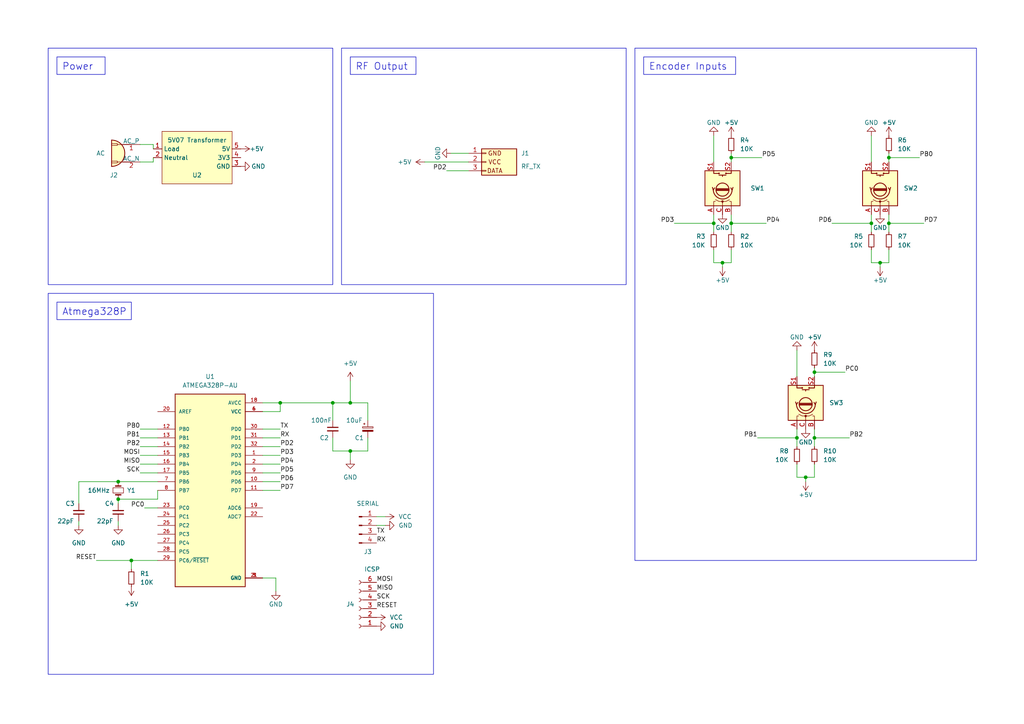
<source format=kicad_sch>
(kicad_sch (version 20230121) (generator eeschema)
  (paper "A4")
  (title_block (title "LightController") (date "2023-08-24") (rev "1.0.0") (company "Pablo Ortiz López") (comment 1 "ortizma.com") (comment 2 "Controls up to 3 LightDimmer units using ASK Codes (433MHz)"))
  (lib_symbols
    (symbol "00_Symbols:433MHz_ASK_Emitter_Module" (pin_names (offset 1.016) hide)
      (property "Reference" "J1" (at 10.16 2.54 0))
      (property "Value" "RF_TX" (at 10.16 -1.27 0))
      (symbol "433MHz_ASK_Emitter_Module_1_1"
        (rectangle (start -1.27 -2.413) (end 0 -2.667) (stroke (width 0.1524)))
        (rectangle (start -1.27 0.127) (end 0 -0.127) (stroke (width 0.1524)))
        (rectangle (start -1.27 2.667) (end 0 2.413) (stroke (width 0.1524)))
        (rectangle (start -1.27 3.81) (end 8.89 -3.81) (stroke (width 0.254)) (fill (type background)))
        (text "DATA" (at 2.54 -2.54 0) (effects (font (size 1.27 1.27))))
        (text "GND" (at 2.54 2.54 0) (effects (font (size 1.27 1.27))))
        (text "VCC" (at 2.54 0 0) (effects (font (size 1.27 1.27))))
        (pin power_out line (at -5.08 2.54 0) (length 3.81) (name "GND") (number "1"))
        (pin power_in line (at -5.08 0 0) (length 3.81) (name "VCC") (number "2"))
        (pin input line (at -5.08 -2.54 0) (length 3.81) (name "DATA") (number "3"))
      )
    )
    (symbol "00_Symbols:5V07"
      (property "Reference" "U" (at 1.27 -2.54 0))
      (property "Value" "5V07 Transformer" (at 2.54 7.62 0))
      (symbol "5V07_1_1"
        (rectangle (start -7.62 10.16) (end 12.7 -5.08) (fill (type background)))
        (pin input line (at -10.16 5.08 0) (length 2.54) (name "Load") (number "1"))
        (pin input line (at -10.16 2.54 0) (length 2.54) (name "Neutral") (number "2"))
        (pin output line (at 15.24 0 180) (length 2.54) (name "GND") (number "3"))
        (pin output line (at 15.24 2.54 180) (length 2.54) (name "3V3") (number "4"))
        (pin output line (at 15.24 5.08 180) (length 2.54) (name "5V") (number "5"))
      )
    )
    (symbol "00_Symbols:ATMEGA328P-AU" (pin_names (offset 1.016))
      (property "Reference" "U" (at -10.1755 29.2546 0))
      (property "Value" "ATMEGA328P-AU" (at -10.1669 -31.7714 0))
      (symbol "ATMEGA328P-AU_0_0"
        (rectangle (start -10.16 -27.94) (end 10.16 27.94) (stroke (width 0.254)) (fill (type background)))
        (pin bidirectional line (at 15.24 10.16 180) (length 5.08) (name "PD3") (number "1"))
        (pin bidirectional line (at 15.24 2.54 180) (length 5.08) (name "PD6") (number "10"))
        (pin bidirectional line (at 15.24 0 180) (length 5.08) (name "PD7") (number "11"))
        (pin bidirectional line (at -15.24 17.78 0) (length 5.08) (name "PB0") (number "12"))
        (pin bidirectional line (at -15.24 15.24 0) (length 5.08) (name "PB1") (number "13"))
        (pin bidirectional line (at -15.24 12.7 0) (length 5.08) (name "PB2") (number "14"))
        (pin bidirectional line (at -15.24 10.16 0) (length 5.08) (name "PB3") (number "15"))
        (pin bidirectional line (at -15.24 7.62 0) (length 5.08) (name "PB4") (number "16"))
        (pin bidirectional line (at -15.24 5.08 0) (length 5.08) (name "PB5") (number "17"))
        (pin power_in line (at 15.24 25.4 180) (length 5.08) (name "AVCC") (number "18"))
        (pin bidirectional line (at 15.24 -5.08 180) (length 5.08) (name "ADC6") (number "19"))
        (pin bidirectional line (at 15.24 7.62 180) (length 5.08) (name "PD4") (number "2"))
        (pin input line (at -15.24 22.86 0) (length 5.08) (name "AREF") (number "20"))
        (pin power_in line (at 15.24 -25.4 180) (length 5.08) (name "GND") (number "21"))
        (pin bidirectional line (at 15.24 -7.62 180) (length 5.08) (name "ADC7") (number "22"))
        (pin bidirectional line (at -15.24 -5.08 0) (length 5.08) (name "PC0") (number "23"))
        (pin bidirectional line (at -15.24 -7.62 0) (length 5.08) (name "PC1") (number "24"))
        (pin bidirectional line (at -15.24 -10.16 0) (length 5.08) (name "PC2") (number "25"))
        (pin bidirectional line (at -15.24 -12.7 0) (length 5.08) (name "PC3") (number "26"))
        (pin bidirectional line (at -15.24 -15.24 0) (length 5.08) (name "PC4") (number "27"))
        (pin bidirectional line (at -15.24 -17.78 0) (length 5.08) (name "PC5") (number "28"))
        (pin bidirectional line (at -15.24 -20.32 0) (length 5.08) (name "PC6/~{RESET}") (number "29"))
        (pin power_in line (at 15.24 -25.4 180) (length 5.08) (name "GND") (number "3"))
        (pin bidirectional line (at 15.24 17.78 180) (length 5.08) (name "PD0") (number "30"))
        (pin bidirectional line (at 15.24 15.24 180) (length 5.08) (name "PD1") (number "31"))
        (pin bidirectional line (at 15.24 12.7 180) (length 5.08) (name "PD2") (number "32"))
        (pin power_in line (at 15.24 22.86 180) (length 5.08) (name "VCC") (number "4"))
        (pin power_in line (at 15.24 -25.4 180) (length 5.08) (name "GND") (number "5"))
        (pin power_in line (at 15.24 22.86 180) (length 5.08) (name "VCC") (number "6"))
        (pin bidirectional line (at -15.24 2.54 0) (length 5.08) (name "PB6") (number "7"))
        (pin bidirectional line (at -15.24 0 0) (length 5.08) (name "PB7") (number "8"))
        (pin bidirectional line (at 15.24 5.08 180) (length 5.08) (name "PD5") (number "9"))
      )
    )
    (symbol "Connector:Conn_01x04_Pin" (pin_names (offset 1.016) hide)
      (property "Reference" "J" (at 0 5.08 0))
      (property "Value" "Conn_01x04_Pin" (at 0 -7.62 0))
      (symbol "Conn_01x04_Pin_1_1"
        (polyline (pts (xy 1.27 -5.08) (xy 0.8636 -5.08)) (stroke (width 0.1524)))
        (polyline (pts (xy 1.27 -2.54) (xy 0.8636 -2.54)) (stroke (width 0.1524)))
        (polyline (pts (xy 1.27 0) (xy 0.8636 0)) (stroke (width 0.1524)))
        (polyline (pts (xy 1.27 2.54) (xy 0.8636 2.54)) (stroke (width 0.1524)))
        (rectangle (start 0.8636 -4.953) (end 0 -5.207) (stroke (width 0.1524)) (fill (type outline)))
        (rectangle (start 0.8636 -2.413) (end 0 -2.667) (stroke (width 0.1524)) (fill (type outline)))
        (rectangle (start 0.8636 0.127) (end 0 -0.127) (stroke (width 0.1524)) (fill (type outline)))
        (rectangle (start 0.8636 2.667) (end 0 2.413) (stroke (width 0.1524)) (fill (type outline)))
        (pin passive line (at 5.08 2.54 180) (length 3.81) (name "Pin_1") (number "1"))
        (pin passive line (at 5.08 0 180) (length 3.81) (name "Pin_2") (number "2"))
        (pin passive line (at 5.08 -2.54 180) (length 3.81) (name "Pin_3") (number "3"))
        (pin passive line (at 5.08 -5.08 180) (length 3.81) (name "Pin_4") (number "4"))
      )
    )
    (symbol "Connector:Conn_01x06_Socket" (pin_names (offset 1.016) hide)
      (property "Reference" "J" (at 0 7.62 0))
      (property "Value" "Conn_01x06_Socket" (at 0 -10.16 0))
      (symbol "Conn_01x06_Socket_1_1"
        (arc (start 0 -7.112) (mid -0.5058 -7.62) (end 0 -8.128) (stroke (width 0.1524)))
        (arc (start 0 -4.572) (mid -0.5058 -5.08) (end 0 -5.588) (stroke (width 0.1524)))
        (arc (start 0 -2.032) (mid -0.5058 -2.54) (end 0 -3.048) (stroke (width 0.1524)))
        (polyline (pts (xy -1.27 -7.62) (xy -0.508 -7.62)) (stroke (width 0.1524)))
        (polyline (pts (xy -1.27 -5.08) (xy -0.508 -5.08)) (stroke (width 0.1524)))
        (polyline (pts (xy -1.27 -2.54) (xy -0.508 -2.54)) (stroke (width 0.1524)))
        (polyline (pts (xy -1.27 0) (xy -0.508 0)) (stroke (width 0.1524)))
        (polyline (pts (xy -1.27 2.54) (xy -0.508 2.54)) (stroke (width 0.1524)))
        (polyline (pts (xy -1.27 5.08) (xy -0.508 5.08)) (stroke (width 0.1524)))
        (arc (start 0 0.508) (mid -0.5058 0) (end 0 -0.508) (stroke (width 0.1524)))
        (arc (start 0 3.048) (mid -0.5058 2.54) (end 0 2.032) (stroke (width 0.1524)))
        (arc (start 0 5.588) (mid -0.5058 5.08) (end 0 4.572) (stroke (width 0.1524)))
        (pin passive line (at -5.08 5.08 0) (length 3.81) (name "Pin_1") (number "1"))
        (pin passive line (at -5.08 2.54 0) (length 3.81) (name "Pin_2") (number "2"))
        (pin passive line (at -5.08 0 0) (length 3.81) (name "Pin_3") (number "3"))
        (pin passive line (at -5.08 -2.54 0) (length 3.81) (name "Pin_4") (number "4"))
        (pin passive line (at -5.08 -5.08 0) (length 3.81) (name "Pin_5") (number "5"))
        (pin passive line (at -5.08 -7.62 0) (length 3.81) (name "Pin_6") (number "6"))
      )
    )
    (symbol "Connector:Conn_WallSocket" (pin_names (offset 0))
      (property "Reference" "J" (at 1.27 4.445 0))
      (property "Value" "Conn_WallSocket" (at 5.08 0 90))
      (symbol "Conn_WallSocket_0_1"
        (polyline (pts (xy 1.524 -2.54) (xy -2.54 -2.54)))
        (polyline (pts (xy 1.524 2.54) (xy -2.54 2.54)))
        (polyline (pts (xy 3.175 -3.81) (xy 3.175 3.81)) (stroke (width 0.254)))
        (rectangle (start 3.175 -2.794) (end 1.524 -2.286))
        (rectangle (start 3.175 2.286) (end 1.524 2.794))
        (arc (start 3.175 3.81) (mid -0.6184 0) (end 3.175 -3.81) (stroke (width 0.254)) (fill (type background)))
      )
      (symbol "Conn_WallSocket_1_1"
        (pin power_in line (at -5.08 2.54 0) (length 5.08) (name "AC_P") (number "1"))
        (pin power_in line (at -5.08 -2.54 0) (length 5.08) (name "AC_N") (number "2"))
      )
    )
    (symbol "Device:C_Polarized_Small" (pin_numbers hide) (pin_names (offset 0.254) hide)
      (property "Reference" "C" (at 0.254 1.778 0))
      (property "Value" "C_Polarized_Small" (at 0.254 -2.032 0))
      (symbol "C_Polarized_Small_0_1"
        (rectangle (start -1.524 -0.3048) (end 1.524 -0.6858) (fill (type outline)))
        (rectangle (start -1.524 0.6858) (end 1.524 0.3048))
        (polyline (pts (xy -1.27 1.524) (xy -0.762 1.524)))
        (polyline (pts (xy -1.016 1.27) (xy -1.016 1.778)))
      )
      (symbol "C_Polarized_Small_1_1"
        (pin passive line (at 0 2.54 270) (length 1.8542) (name "~") (number "1"))
        (pin passive line (at 0 -2.54 90) (length 1.8542) (name "~") (number "2"))
      )
    )
    (symbol "Device:C_Small" (pin_numbers hide) (pin_names (offset 0.254) hide)
      (property "Reference" "C" (at 0.254 1.778 0))
      (property "Value" "C_Small" (at 0.254 -2.032 0))
      (symbol "C_Small_0_1"
        (polyline (pts (xy -1.524 -0.508) (xy 1.524 -0.508)) (stroke (width 0.3302)))
        (polyline (pts (xy -1.524 0.508) (xy 1.524 0.508)) (stroke (width 0.3048)))
      )
      (symbol "C_Small_1_1"
        (pin passive line (at 0 2.54 270) (length 2.032) (name "~") (number "1"))
        (pin passive line (at 0 -2.54 90) (length 2.032) (name "~") (number "2"))
      )
    )
    (symbol "Device:Crystal_Small" (pin_numbers hide) (pin_names (offset 1.016) hide)
      (property "Reference" "Y" (at 0 2.54 0))
      (property "Value" "Crystal_Small" (at 0 -2.54 0))
      (symbol "Crystal_Small_0_1"
        (rectangle (start -0.762 -1.524) (end 0.762 1.524))
        (polyline (pts (xy -1.27 -0.762) (xy -1.27 0.762)) (stroke (width 0.381)))
        (polyline (pts (xy 1.27 -0.762) (xy 1.27 0.762)) (stroke (width 0.381)))
      )
      (symbol "Crystal_Small_1_1"
        (pin passive line (at -2.54 0 0) (length 1.27) (name "1") (number "1"))
        (pin passive line (at 2.54 0 180) (length 1.27) (name "2") (number "2"))
      )
    )
    (symbol "Device:R_Small" (pin_numbers hide) (pin_names (offset 0.254) hide)
      (property "Reference" "R" (at 0.762 0.508 0))
      (property "Value" "R_Small" (at 0.762 -1.016 0))
      (symbol "R_Small_0_1"
        (rectangle (start -0.762 1.778) (end 0.762 -1.778) (stroke (width 0.2032)))
      )
      (symbol "R_Small_1_1"
        (pin passive line (at 0 2.54 270) (length 0.762) (name "~") (number "1"))
        (pin passive line (at 0 -2.54 90) (length 0.762) (name "~") (number "2"))
      )
    )
    (symbol "Device:RotaryEncoder_Switch" (pin_names (offset 0.254) hide)
      (property "Reference" "SW" (at 0 6.604 0))
      (property "Value" "RotaryEncoder_Switch" (at 0 -6.604 0))
      (symbol "RotaryEncoder_Switch_0_1"
        (rectangle (start -5.08 5.08) (end 5.08 -5.08) (stroke (width 0.254)) (fill (type background)))
        (circle (center -3.81 0) (radius 0.254) (fill (type outline)))
        (circle (center -0.381 0) (radius 1.905) (stroke (width 0.254)))
        (arc (start -0.381 2.667) (mid -3.0988 -0.0635) (end -0.381 -2.794) (stroke (width 0.254)))
        (polyline (pts (xy -0.635 -1.778) (xy -0.635 1.778)) (stroke (width 0.254)))
        (polyline (pts (xy -0.381 -1.778) (xy -0.381 1.778)) (stroke (width 0.254)))
        (polyline (pts (xy -0.127 1.778) (xy -0.127 -1.778)) (stroke (width 0.254)))
        (polyline (pts (xy 3.81 0) (xy 3.429 0)) (stroke (width 0.254)))
        (polyline (pts (xy 3.81 1.016) (xy 3.81 -1.016)) (stroke (width 0.254)))
        (polyline (pts (xy -5.08 -2.54) (xy -3.81 -2.54) (xy -3.81 -2.032)))
        (polyline (pts (xy -5.08 2.54) (xy -3.81 2.54) (xy -3.81 2.032)))
        (polyline (pts (xy 0.254 -3.048) (xy -0.508 -2.794) (xy 0.127 -2.413)) (stroke (width 0.254)))
        (polyline (pts (xy 0.254 2.921) (xy -0.508 2.667) (xy 0.127 2.286)) (stroke (width 0.254)))
        (polyline (pts (xy 5.08 -2.54) (xy 4.318 -2.54) (xy 4.318 -1.016)) (stroke (width 0.254)))
        (polyline (pts (xy 5.08 2.54) (xy 4.318 2.54) (xy 4.318 1.016)) (stroke (width 0.254)))
        (polyline (pts (xy -5.08 0) (xy -3.81 0) (xy -3.81 -1.016) (xy -3.302 -2.032)))
        (polyline (pts (xy -4.318 0) (xy -3.81 0) (xy -3.81 1.016) (xy -3.302 2.032)))
        (circle (center 4.318 -1.016) (radius 0.127) (stroke (width 0.254)))
        (circle (center 4.318 1.016) (radius 0.127) (stroke (width 0.254)))
      )
      (symbol "RotaryEncoder_Switch_1_1"
        (pin passive line (at -7.62 2.54 0) (length 2.54) (name "A") (number "A"))
        (pin passive line (at -7.62 -2.54 0) (length 2.54) (name "B") (number "B"))
        (pin passive line (at -7.62 0 0) (length 2.54) (name "C") (number "C"))
        (pin passive line (at 7.62 2.54 180) (length 2.54) (name "S1") (number "S1"))
        (pin passive line (at 7.62 -2.54 180) (length 2.54) (name "S2") (number "S2"))
      )
    )
    (symbol "power:+5V" (power) (pin_names (offset 0))
      (property "Value" "+5V" (at 0 3.556 0))
      (symbol "+5V_0_1"
        (polyline (pts (xy -0.762 1.27) (xy 0 2.54)))
        (polyline (pts (xy 0 0) (xy 0 2.54)))
        (polyline (pts (xy 0 2.54) (xy 0.762 1.27)))
      )
      (symbol "+5V_1_1"
        (pin power_in line (at 0 0 90) (length 0) hide (name "+5V") (number "1"))
      )
    )
    (symbol "power:GND" (power) (pin_names (offset 0))
      (property "Value" "GND" (at 0 -3.81 0))
      (symbol "GND_0_1"
        (polyline (pts (xy 0 0) (xy 0 -1.27) (xy 1.27 -1.27) (xy 0 -2.54) (xy -1.27 -1.27) (xy 0 -1.27)))
      )
      (symbol "GND_1_1"
        (pin power_in line (at 0 0 270) (length 0) hide (name "GND") (number "1"))
      )
    )
    (symbol "power:VCC" (power) (pin_names (offset 0))
      (property "Value" "VCC" (at 0 3.81 0))
      (symbol "VCC_0_1"
        (polyline (pts (xy -0.762 1.27) (xy 0 2.54)))
        (polyline (pts (xy 0 0) (xy 0 2.54)))
        (polyline (pts (xy 0 2.54) (xy 0.762 1.27)))
      )
      (symbol "VCC_1_1"
        (pin power_in line (at 0 0 90) (length 0) hide (name "VCC") (number "1"))
      )
    )
  )
  (junction (at 209.55 76.2))
  (junction (at 252.73 64.77))
  (junction (at 257.81 45.72))
  (junction (at 34.29 139.7))
  (junction (at 257.81 64.77))
  (junction (at 38.1 162.56))
  (junction (at 231.14 127))
  (junction (at 212.09 64.77))
  (junction (at 233.68 138.43))
  (junction (at 236.22 127))
  (junction (at 207.01 64.77))
  (junction (at 236.22 107.95))
  (junction (at 255.27 76.2))
  (junction (at 81.28 116.84))
  (junction (at 101.6 116.84))
  (junction (at 212.09 45.72))
  (junction (at 96.52 116.84))
  (junction (at 101.6 130.81))
  (junction (at 34.29 144.78))
  (wire (pts (xy 207.01 62.23) (xy 207.01 64.77)))
  (wire (pts (xy 207.01 76.2) (xy 209.55 76.2)))
  (wire (pts (xy 252.73 64.77) (xy 252.73 67.31)))
  (wire (pts (xy 45.72 147.32) (xy 41.91 147.32)))
  (wire (pts (xy 111.76 149.86) (xy 109.22 149.86)))
  (wire (pts (xy 76.2 167.64) (xy 80.01 167.64)))
  (wire (pts (xy 27.94 162.56) (xy 38.1 162.56)))
  (wire (pts (xy 255.27 76.2) (xy 255.27 77.47)))
  (wire (pts (xy 106.68 127) (xy 106.68 130.81)))
  (wire (pts (xy 101.6 116.84) (xy 96.52 116.84)))
  (wire (pts (xy 236.22 106.68) (xy 236.22 107.95)))
  (wire (pts (xy 231.14 134.62) (xy 231.14 138.43)))
  (wire (pts (xy 34.29 139.7) (xy 45.72 139.7)))
  (wire (pts (xy 252.73 39.37) (xy 252.73 46.99)))
  (wire (pts (xy 106.68 116.84) (xy 106.68 121.92)))
  (wire (pts (xy 123.19 46.99) (xy 135.89 46.99)))
  (wire (pts (xy 195.58 64.77) (xy 207.01 64.77)))
  (wire (pts (xy 257.81 72.39) (xy 257.81 76.2)))
  (wire (pts (xy 40.64 137.16) (xy 45.72 137.16)))
  (wire (pts (xy 81.28 116.84) (xy 96.52 116.84)))
  (wire (pts (xy 252.73 62.23) (xy 252.73 64.77)))
  (wire (pts (xy 212.09 64.77) (xy 212.09 67.31)))
  (wire (pts (xy 38.1 162.56) (xy 45.72 162.56)))
  (wire (pts (xy 45.72 144.78) (xy 34.29 144.78)))
  (wire (pts (xy 236.22 107.95) (xy 236.22 109.22)))
  (wire (pts (xy 257.81 45.72) (xy 266.7 45.72)))
  (wire (pts (xy 80.01 167.64) (xy 80.01 171.45)))
  (wire (pts (xy 44.45 46.99) (xy 44.45 45.72)))
  (wire (pts (xy 96.52 127) (xy 96.52 130.81)))
  (wire (pts (xy 45.72 129.54) (xy 40.64 129.54)))
  (wire (pts (xy 45.72 124.46) (xy 40.64 124.46)))
  (wire (pts (xy 40.64 46.99) (xy 44.45 46.99)))
  (wire (pts (xy 236.22 107.95) (xy 245.11 107.95)))
  (wire (pts (xy 231.14 101.6) (xy 231.14 109.22)))
  (wire (pts (xy 212.09 72.39) (xy 212.09 76.2)))
  (wire (pts (xy 207.01 64.77) (xy 207.01 67.31)))
  (wire (pts (xy 212.09 64.77) (xy 222.25 64.77)))
  (wire (pts (xy 130.81 44.45) (xy 135.89 44.45)))
  (wire (pts (xy 257.81 64.77) (xy 257.81 67.31)))
  (wire (pts (xy 40.64 41.91) (xy 44.45 41.91)))
  (wire (pts (xy 34.29 152.4) (xy 34.29 151.13)))
  (wire (pts (xy 22.86 151.13) (xy 22.86 152.4)))
  (wire (pts (xy 22.86 146.05) (xy 22.86 139.7)))
  (wire (pts (xy 111.76 152.4) (xy 109.22 152.4)))
  (wire (pts (xy 252.73 72.39) (xy 252.73 76.2)))
  (wire (pts (xy 252.73 76.2) (xy 255.27 76.2)))
  (wire (pts (xy 212.09 62.23) (xy 212.09 64.77)))
  (wire (pts (xy 81.28 142.24) (xy 76.2 142.24)))
  (wire (pts (xy 81.28 116.84) (xy 81.28 119.38)))
  (wire (pts (xy 129.54 49.53) (xy 135.89 49.53)))
  (wire (pts (xy 236.22 134.62) (xy 236.22 138.43)))
  (wire (pts (xy 212.09 45.72) (xy 212.09 46.99)))
  (wire (pts (xy 236.22 124.46) (xy 236.22 127)))
  (wire (pts (xy 81.28 116.84) (xy 76.2 116.84)))
  (wire (pts (xy 207.01 39.37) (xy 207.01 46.99)))
  (wire (pts (xy 257.81 64.77) (xy 267.97 64.77)))
  (wire (pts (xy 233.68 138.43) (xy 233.68 139.7)))
  (wire (pts (xy 44.45 41.91) (xy 44.45 43.18)))
  (wire (pts (xy 236.22 138.43) (xy 233.68 138.43)))
  (wire (pts (xy 81.28 139.7) (xy 76.2 139.7)))
  (wire (pts (xy 219.71 127) (xy 231.14 127)))
  (wire (pts (xy 81.28 137.16) (xy 76.2 137.16)))
  (wire (pts (xy 81.28 127) (xy 76.2 127)))
  (wire (pts (xy 81.28 119.38) (xy 76.2 119.38)))
  (wire (pts (xy 231.14 127) (xy 231.14 129.54)))
  (wire (pts (xy 96.52 130.81) (xy 101.6 130.81)))
  (wire (pts (xy 209.55 76.2) (xy 209.55 77.47)))
  (wire (pts (xy 212.09 76.2) (xy 209.55 76.2)))
  (wire (pts (xy 81.28 124.46) (xy 76.2 124.46)))
  (wire (pts (xy 45.72 142.24) (xy 45.72 144.78)))
  (wire (pts (xy 40.64 134.62) (xy 45.72 134.62)))
  (wire (pts (xy 241.3 64.77) (xy 252.73 64.77)))
  (wire (pts (xy 106.68 116.84) (xy 101.6 116.84)))
  (wire (pts (xy 45.72 127) (xy 40.64 127)))
  (wire (pts (xy 257.81 76.2) (xy 255.27 76.2)))
  (wire (pts (xy 236.22 127) (xy 236.22 129.54)))
  (wire (pts (xy 207.01 72.39) (xy 207.01 76.2)))
  (wire (pts (xy 96.52 116.84) (xy 96.52 121.92)))
  (wire (pts (xy 212.09 45.72) (xy 220.98 45.72)))
  (wire (pts (xy 81.28 132.08) (xy 76.2 132.08)))
  (wire (pts (xy 231.14 124.46) (xy 231.14 127)))
  (wire (pts (xy 236.22 127) (xy 246.38 127)))
  (wire (pts (xy 257.81 44.45) (xy 257.81 45.72)))
  (wire (pts (xy 101.6 110.49) (xy 101.6 116.84)))
  (wire (pts (xy 101.6 133.35) (xy 101.6 130.81)))
  (wire (pts (xy 101.6 130.81) (xy 106.68 130.81)))
  (wire (pts (xy 231.14 138.43) (xy 233.68 138.43)))
  (wire (pts (xy 257.81 62.23) (xy 257.81 64.77)))
  (wire (pts (xy 22.86 139.7) (xy 34.29 139.7)))
  (wire (pts (xy 34.29 144.78) (xy 34.29 146.05)))
  (wire (pts (xy 40.64 132.08) (xy 45.72 132.08)))
  (wire (pts (xy 81.28 134.62) (xy 76.2 134.62)))
  (wire (pts (xy 257.81 45.72) (xy 257.81 46.99)))
  (wire (pts (xy 38.1 165.1) (xy 38.1 162.56)))
  (wire (pts (xy 81.28 129.54) (xy 76.2 129.54)))
  (wire (pts (xy 212.09 44.45) (xy 212.09 45.72)))
  (rectangle (start 99.06 13.97) (end 181.61 82.55))
  (rectangle (start 13.97 13.97) (end 96.52 82.55))
  (rectangle (start 13.97 85.09) (end 125.73 195.58))
  (rectangle (start 184.15 13.97) (end 283.21 162.56))
  (text_box "Atmega328P" (at 16.51 87.63 0) (size 21.59 5.08) (effects (font (size 2 2)) (justify left top)))
  (text_box "Encoder Inputs" (at 186.69 16.51 0) (size 26.67 5.08) (effects (font (size 2 2)) (justify left top)))
  (text_box "Power" (at 16.51 16.51 0) (size 13.97 5.08) (effects (font (size 2 2)) (justify left top)))
  (text_box "RF Output" (at 101.6 16.51 0) (size 19.05 5.08) (effects (font (size 2 2)) (justify left top)))
  (label "PB0" (at 266.7 45.72 0))
  (label "TX" (at 109.22 154.94 0))
  (label "PB2" (at 246.38 127 0))
  (label "PD5" (at 220.98 45.72 0))
  (label "PB2" (at 40.64 129.54 180))
  (label "PD6" (at 241.3 64.77 180))
  (label "SCK" (at 109.22 173.99 0))
  (label "RX" (at 109.22 157.48 0))
  (label "PD7" (at 81.28 142.24 0))
  (label "PD4" (at 81.28 134.62 0))
  (label "PD2" (at 129.54 49.53 180))
  (label "PD6" (at 81.28 139.7 0))
  (label "MISO" (at 109.22 171.45 0))
  (label "PD3" (at 81.28 132.08 0))
  (label "PD5" (at 81.28 137.16 0))
  (label "PB1" (at 219.71 127 180))
  (label "MOSI" (at 109.22 168.91 0))
  (label "PB0" (at 40.64 124.46 180))
  (label "MISO" (at 40.64 134.62 180))
  (label "PB1" (at 40.64 127 180))
  (label "MOSI" (at 40.64 132.08 180))
  (label "PD3" (at 195.58 64.77 180))
  (label "RESET" (at 109.22 176.53 0))
  (label "RX" (at 81.28 127 0))
  (label "TX" (at 81.28 124.46 0))
  (label "PD2" (at 81.28 129.54 0))
  (label "PC0" (at 245.11 107.95 0))
  (label "SCK" (at 40.64 137.16 180))
  (label "PC0" (at 41.91 147.32 180))
  (label "PD7" (at 267.97 64.77 0))
  (label "RESET" (at 27.94 162.56 180))
  (label "PD4" (at 222.25 64.77 0))
  (symbol (lib_id "Device:RotaryEncoder_Switch") (at 209.55 54.61 90) (unit 1)
    (property "Reference" "SW1" (at 219.71 54.61 90))
    (property "Value" "RotaryEncoder_Switch" (effects hide))
    (property "Footprint" "AA_Footprints:RotaryEncoder_Alps_EC11E-Switch_Vertical_H20mm" (effects hide))
  )
  (symbol (lib_id "power:GND") (at 207.01 39.37 180) (unit 1)
    (property "Reference" "#PWR010" (effects hide))
    (property "Value" "GND" (at 207.01 35.56 0))
  )
  (symbol (lib_id "Device:C_Small") (at 34.29 148.59 180) (unit 1)
    (property "Reference" "C4" (at 31.75 146.05 0))
    (property "Value" "22pF" (at 30.48 151.13 0))
    (property "Footprint" "Capacitor_SMD:C_0805_2012Metric_Pad1.18x1.45mm_HandSolder" (effects hide))
  )
  (symbol (lib_id "power:+5V") (at 257.81 39.37 0) (unit 1)
    (property "Reference" "#PWR022" (effects hide))
    (property "Value" "+5V" (at 257.81 35.56 0))
  )
  (symbol (lib_id "Device:R_Small") (at 236.22 104.14 0) (unit 1)
    (property "Reference" "R9" (at 238.76 102.87 0) (effects (justify left)))
    (property "Value" "10K" (at 238.76 105.41 0) (effects (justify left)))
    (property "Footprint" "Resistor_SMD:R_1206_3216Metric_Pad1.30x1.75mm_HandSolder" (effects hide))
  )
  (symbol (lib_id "power:+5V") (at 38.1 170.18 180) (unit 1)
    (property "Reference" "#PWR06" (effects hide))
    (property "Value" "+5V" (at 38.1 175.26 0))
  )
  (symbol (lib_id "Device:R_Small") (at 212.09 69.85 0) (unit 1)
    (property "Reference" "R2" (at 214.63 68.58 0) (effects (justify left)))
    (property "Value" "10K" (at 214.63 71.12 0) (effects (justify left)))
    (property "Footprint" "Resistor_SMD:R_1206_3216Metric_Pad1.30x1.75mm_HandSolder" (effects hide))
  )
  (symbol (lib_id "power:+5V") (at 69.85 43.18 270) (unit 1)
    (property "Reference" "#PWR017" (effects hide))
    (property "Value" "+5V" (at 72.39 43.18 90) (effects (justify left)))
  )
  (symbol (lib_id "power:VCC") (at 109.22 179.07 270) (unit 1)
    (property "Reference" "#PWR015" (effects hide))
    (property "Value" "VCC" (at 113.03 179.07 90) (effects (justify left)))
  )
  (symbol (lib_id "Connector:Conn_01x06_Socket") (at 104.14 176.53 180) (unit 1)
    (property "Reference" "J4" (at 101.6 175.26 0))
    (property "Value" "ICSP" (at 107.95 165.1 0))
    (property "Footprint" "Connector_JST:JST_PH_B6B-PH-K_1x06_P2.00mm_Vertical" (effects hide))
  )
  (symbol (lib_id "Device:RotaryEncoder_Switch") (at 233.68 116.84 90) (unit 1)
    (property "Reference" "SW3" (at 242.57 116.84 90))
    (property "Value" "RotaryEncoder_Switch" (effects hide))
    (property "Footprint" "AA_Footprints:RotaryEncoder_Alps_EC11E-Switch_Vertical_H20mm" (effects hide))
  )
  (symbol (lib_id "power:GND") (at 22.86 152.4 0) (unit 1)
    (property "Reference" "#PWR011" (effects hide))
    (property "Value" "GND" (at 22.86 157.48 0))
  )
  (symbol (lib_id "power:GND") (at 233.68 124.46 0) (unit 1)
    (property "Reference" "#PWR024" (effects hide))
    (property "Value" "GND" (at 233.68 128.27 0))
  )
  (symbol (lib_id "power:GND") (at 101.6 133.35 0) (unit 1)
    (property "Reference" "#PWR01" (effects hide))
    (property "Value" "GND" (at 101.6 138.43 0))
  )
  (symbol (lib_id "Device:R_Small") (at 231.14 132.08 0) (unit 1)
    (property "Reference" "R8" (at 226.06 130.81 0) (effects (justify left)))
    (property "Value" "10K" (at 224.79 133.35 0) (effects (justify left)))
    (property "Footprint" "Resistor_SMD:R_1206_3216Metric_Pad1.30x1.75mm_HandSolder" (effects hide))
  )
  (symbol (lib_id "Device:R_Small") (at 38.1 167.64 0) (unit 1)
    (property "Reference" "R1" (at 40.64 166.37 0) (effects (justify left)))
    (property "Value" "10K" (at 40.64 168.91 0) (effects (justify left)))
    (property "Footprint" "Resistor_SMD:R_1206_3216Metric_Pad1.30x1.75mm_HandSolder" (effects hide))
  )
  (symbol (lib_id "power:+5V") (at 236.22 101.6 0) (unit 1)
    (property "Reference" "#PWR026" (effects hide))
    (property "Value" "+5V" (at 236.22 97.79 0))
  )
  (symbol (lib_id "power:+5V") (at 101.6 110.49 0) (unit 1)
    (property "Reference" "#PWR04" (effects hide))
    (property "Value" "+5V" (at 101.6 105.41 0))
  )
  (symbol (lib_id "power:+5V") (at 212.09 39.37 0) (unit 1)
    (property "Reference" "#PWR09" (effects hide))
    (property "Value" "+5V" (at 212.09 35.56 0))
  )
  (symbol (lib_id "Connector:Conn_WallSocket") (at 35.56 44.45 0) (mirror y) (unit 1)
    (property "Reference" "J2" (at 33.02 50.8 0))
    (property "Value" "AC" (at 29.21 44.45 0))
    (property "Footprint" "AA_Footprints:Terminal_KF128-2P" (effects hide))
  )
  (symbol (lib_id "Device:R_Small") (at 257.81 69.85 0) (unit 1)
    (property "Reference" "R7" (at 260.35 68.58 0) (effects (justify left)))
    (property "Value" "10K" (at 260.35 71.12 0) (effects (justify left)))
    (property "Footprint" "Resistor_SMD:R_1206_3216Metric_Pad1.30x1.75mm_HandSolder" (effects hide))
  )
  (symbol (lib_id "power:GND") (at 130.81 44.45 270) (unit 1)
    (property "Reference" "#PWR03" (effects hide))
    (property "Value" "GND" (at 127 44.45 0))
  )
  (symbol (lib_id "power:GND") (at 252.73 39.37 180) (unit 1)
    (property "Reference" "#PWR019" (effects hide))
    (property "Value" "GND" (at 252.73 35.56 0))
  )
  (symbol (lib_id "Device:C_Small") (at 22.86 148.59 180) (unit 1)
    (property "Reference" "C3" (at 20.32 146.05 0))
    (property "Value" "22pF" (at 19.05 151.13 0))
    (property "Footprint" "Capacitor_SMD:C_0805_2012Metric_Pad1.18x1.45mm_HandSolder" (effects hide))
  )
  (symbol (lib_id "Device:C_Small") (at 96.52 124.46 0) (unit 1)
    (property "Reference" "C2" (at 92.71 127 0) (effects (justify left)))
    (property "Value" "100nF" (at 90.17 121.92 0) (effects (justify left)))
    (property "Footprint" "Capacitor_SMD:C_1210_3225Metric_Pad1.33x2.70mm_HandSolder" (effects hide))
  )
  (symbol (lib_id "power:VCC") (at 111.76 149.86 270) (unit 1)
    (property "Reference" "#PWR013" (effects hide))
    (property "Value" "VCC" (at 115.57 149.86 90) (effects (justify left)))
  )
  (symbol (lib_id "power:GND") (at 255.27 62.23 0) (unit 1)
    (property "Reference" "#PWR020" (effects hide))
    (property "Value" "GND" (at 255.27 66.04 0))
  )
  (symbol (lib_id "power:+5V") (at 233.68 139.7 180) (unit 1)
    (property "Reference" "#PWR025" (effects hide))
    (property "Value" "+5V" (at 233.68 143.51 0))
  )
  (symbol (lib_id "power:+5V") (at 209.55 77.47 180) (unit 1)
    (property "Reference" "#PWR07" (effects hide))
    (property "Value" "+5V" (at 209.55 81.28 0))
  )
  (symbol (lib_id "power:+5V") (at 255.27 77.47 180) (unit 1)
    (property "Reference" "#PWR021" (effects hide))
    (property "Value" "+5V" (at 255.27 81.28 0))
  )
  (symbol (lib_id "Device:Crystal_Small") (at 34.29 142.24 90) (unit 1)
    (property "Reference" "Y1" (at 36.83 142.24 90) (effects (justify right)))
    (property "Value" "16MHz" (at 25.4 142.24 90) (effects (justify right)))
    (property "Footprint" "Crystal:Crystal_HC49-4H_Vertical" (effects hide))
  )
  (symbol (lib_id "power:GND") (at 80.01 171.45 0) (unit 1)
    (property "Reference" "#PWR02" (effects hide))
    (property "Value" "GND" (at 80.01 175.26 0))
  )
  (symbol (lib_id "00_Symbols:ATMEGA328P-AU") (at 60.96 142.24 0) (unit 1)
    (property "Reference" "U1" (at 60.96 109.22 0))
    (property "Value" "ATMEGA328P-AU" (at 60.96 111.76 0))
    (property "Footprint" "AA_Footprints:Atmega328p-TQFP" (effects hide))
    (property "MANUFACTURER" "Atmel" (effects hide))
  )
  (symbol (lib_id "Device:R_Small") (at 207.01 69.85 0) (unit 1)
    (property "Reference" "R3" (at 201.93 68.58 0) (effects (justify left)))
    (property "Value" "10K" (at 200.66 71.12 0) (effects (justify left)))
    (property "Footprint" "Resistor_SMD:R_1206_3216Metric_Pad1.30x1.75mm_HandSolder" (effects hide))
  )
  (symbol (lib_id "Device:R_Small") (at 252.73 69.85 0) (unit 1)
    (property "Reference" "R5" (at 247.65 68.58 0) (effects (justify left)))
    (property "Value" "10K" (at 246.38 71.12 0) (effects (justify left)))
    (property "Footprint" "Resistor_SMD:R_1206_3216Metric_Pad1.30x1.75mm_HandSolder" (effects hide))
  )
  (symbol (lib_id "power:GND") (at 209.55 62.23 0) (unit 1)
    (property "Reference" "#PWR08" (effects hide))
    (property "Value" "GND" (at 209.55 66.04 0))
  )
  (symbol (lib_id "00_Symbols:433MHz_ASK_Emitter_Module") (at 140.97 46.99 0) (unit 1)
    (property "Reference" "J1" (at 151.13 44.45 0) (effects (justify left)))
    (property "Value" "RF_TX" (at 151.13 48.26 0) (effects (justify left)))
    (property "Footprint" "AA_Footprints:RF ASK Emitter" (effects hide))
    (property "Datasheet" "RF Transmitter" (effects hide))
  )
  (symbol (lib_id "Device:C_Polarized_Small") (at 106.68 124.46 0) (unit 1)
    (property "Reference" "C1" (at 102.87 127 0) (effects (justify left)))
    (property "Value" "10uF" (at 100.33 121.92 0) (effects (justify left)))
    (property "Footprint" "Capacitor_SMD:CP_Elec_6.3x4.9" (effects hide))
  )
  (symbol (lib_id "power:GND") (at 231.14 101.6 180) (unit 1)
    (property "Reference" "#PWR023" (effects hide))
    (property "Value" "GND" (at 231.14 97.79 0))
  )
  (symbol (lib_id "Device:R_Small") (at 257.81 41.91 0) (unit 1)
    (property "Reference" "R6" (at 260.35 40.64 0) (effects (justify left)))
    (property "Value" "10K" (at 260.35 43.18 0) (effects (justify left)))
    (property "Footprint" "Resistor_SMD:R_1206_3216Metric_Pad1.30x1.75mm_HandSolder" (effects hide))
  )
  (symbol (lib_id "power:+5V") (at 123.19 46.99 90) (unit 1)
    (property "Reference" "#PWR05" (effects hide))
    (property "Value" "+5V" (at 119.38 46.99 90) (effects (justify left)))
  )
  (symbol (lib_id "Connector:Conn_01x04_Pin") (at 104.14 152.4 0) (unit 1)
    (property "Reference" "J3" (at 106.68 160.02 0))
    (property "Value" "SERIAL" (at 106.68 146.05 0))
    (property "Footprint" "Connector_PinHeader_2.54mm:PinHeader_1x04_P2.54mm_Vertical" (effects hide))
  )
  (symbol (lib_id "Device:R_Small") (at 236.22 132.08 0) (unit 1)
    (property "Reference" "R10" (at 238.76 130.81 0) (effects (justify left)))
    (property "Value" "10K" (at 238.76 133.35 0) (effects (justify left)))
    (property "Footprint" "Resistor_SMD:R_1206_3216Metric_Pad1.30x1.75mm_HandSolder" (effects hide))
  )
  (symbol (lib_id "power:GND") (at 111.76 152.4 90) (unit 1)
    (property "Reference" "#PWR014" (effects hide))
    (property "Value" "GND" (at 115.57 152.4 90) (effects (justify right)))
  )
  (symbol (lib_id "power:GND") (at 109.22 181.61 90) (unit 1)
    (property "Reference" "#PWR016" (effects hide))
    (property "Value" "GND" (at 113.03 181.61 90) (effects (justify right)))
  )
  (symbol (lib_id "Device:RotaryEncoder_Switch") (at 255.27 54.61 90) (unit 1)
    (property "Reference" "SW2" (at 264.16 54.61 90))
    (property "Value" "RotaryEncoder_Switch" (effects hide))
    (property "Footprint" "AA_Footprints:RotaryEncoder_Alps_EC11E-Switch_Vertical_H20mm" (effects hide))
  )
  (symbol (lib_id "00_Symbols:5V07") (at 54.61 48.26 0) (unit 1)
    (property "Reference" "U2" (at 57.15 50.8 0))
    (property "Value" "5V07 Transformer" (at 57.15 40.64 0))
    (property "Footprint" "AA_Footprints:5V07" (effects hide))
    (property "Datasheet" "230V AC to 5V DC transformer 700mA" (effects hide))
  )
  (symbol (lib_id "Device:R_Small") (at 212.09 41.91 0) (unit 1)
    (property "Reference" "R4" (at 214.63 40.64 0) (effects (justify left)))
    (property "Value" "10K" (at 214.63 43.18 0) (effects (justify left)))
    (property "Footprint" "Resistor_SMD:R_1206_3216Metric_Pad1.30x1.75mm_HandSolder" (effects hide))
  )
  (symbol (lib_id "power:GND") (at 69.85 48.26 90) (unit 1)
    (property "Reference" "#PWR018" (effects hide))
    (property "Value" "GND" (at 74.93 48.26 90))
  )
  (symbol (lib_id "power:GND") (at 34.29 152.4 0) (unit 1)
    (property "Reference" "#PWR012" (effects hide))
    (property "Value" "GND" (at 34.29 157.48 0))
  )
)
</source>
